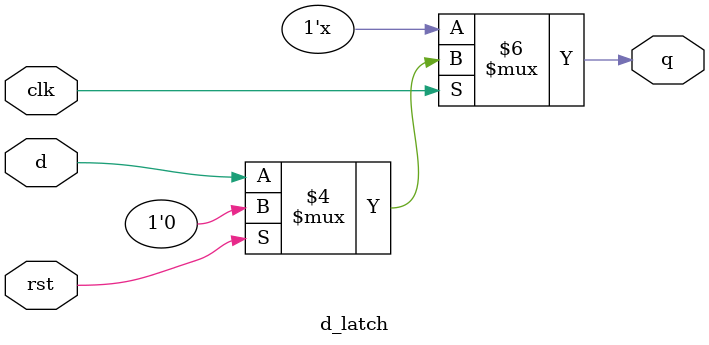
<source format=v>
module d_latch (rst,clk,d,q);
  input rst,clk,d;
  output reg q;
  always @(rst,clk,d)
    begin
      if(clk)
        if(rst)
          q<=1'b0;
      else
        q<=d;
      else
        q<=q;
    end
endmodule  
</source>
